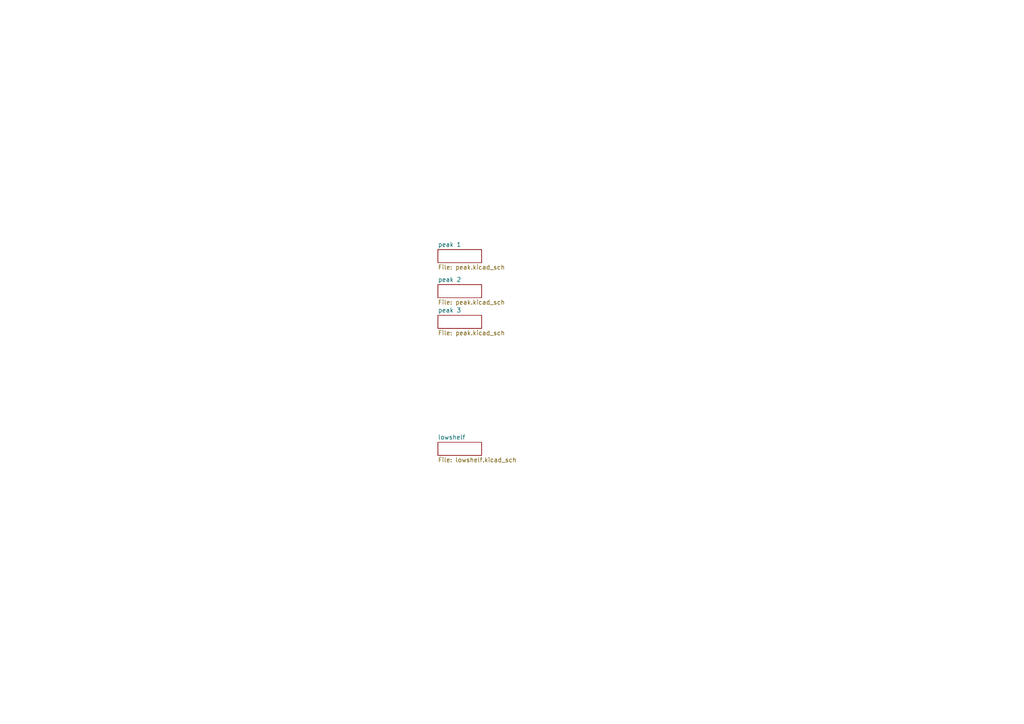
<source format=kicad_sch>
(kicad_sch
	(version 20250114)
	(generator "eeschema")
	(generator_version "9.0")
	(uuid "3f62cecd-5883-4498-92b3-da0b121dab77")
	(paper "A4")
	(lib_symbols)
	(sheet
		(at 127 128.27)
		(size 12.7 3.81)
		(exclude_from_sim no)
		(in_bom yes)
		(on_board yes)
		(dnp no)
		(fields_autoplaced yes)
		(stroke
			(width 0.1524)
			(type solid)
		)
		(fill
			(color 0 0 0 0.0000)
		)
		(uuid "63f17c57-5d93-4bba-b84e-15c96c4bed14")
		(property "Sheetname" "lowshelf"
			(at 127 127.5584 0)
			(effects
				(font
					(size 1.27 1.27)
				)
				(justify left bottom)
			)
		)
		(property "Sheetfile" "lowshelf.kicad_sch"
			(at 127 132.6646 0)
			(effects
				(font
					(size 1.27 1.27)
				)
				(justify left top)
			)
		)
		(instances
			(project "KICAD PEQ"
				(path "/55e2a342-beba-4617-867f-b1714faef12d/aabb492e-0e6e-4aa2-b6a0-52db3993fde7"
					(page "35")
				)
			)
		)
	)
	(sheet
		(at 127 82.55)
		(size 12.7 3.81)
		(exclude_from_sim no)
		(in_bom yes)
		(on_board yes)
		(dnp no)
		(fields_autoplaced yes)
		(stroke
			(width 0.1524)
			(type solid)
		)
		(fill
			(color 0 0 0 0.0000)
		)
		(uuid "847a6dbf-f1e0-465d-b85b-2ea5d8a8720e")
		(property "Sheetname" "peak 2"
			(at 127 81.8384 0)
			(effects
				(font
					(size 1.27 1.27)
				)
				(justify left bottom)
			)
		)
		(property "Sheetfile" "peak.kicad_sch"
			(at 127 86.9446 0)
			(effects
				(font
					(size 1.27 1.27)
				)
				(justify left top)
			)
		)
		(instances
			(project "KICAD PEQ"
				(path "/55e2a342-beba-4617-867f-b1714faef12d/aabb492e-0e6e-4aa2-b6a0-52db3993fde7"
					(page "4")
				)
			)
		)
	)
	(sheet
		(at 127 72.39)
		(size 12.7 3.81)
		(exclude_from_sim no)
		(in_bom yes)
		(on_board yes)
		(dnp no)
		(fields_autoplaced yes)
		(stroke
			(width 0.1524)
			(type solid)
		)
		(fill
			(color 0 0 0 0.0000)
		)
		(uuid "9d04cc8d-1ef0-4b78-8861-fe9de9e76bff")
		(property "Sheetname" "peak 1"
			(at 127 71.6784 0)
			(effects
				(font
					(size 1.27 1.27)
				)
				(justify left bottom)
			)
		)
		(property "Sheetfile" "peak.kicad_sch"
			(at 127 76.7846 0)
			(effects
				(font
					(size 1.27 1.27)
				)
				(justify left top)
			)
		)
		(instances
			(project "KICAD PEQ"
				(path "/55e2a342-beba-4617-867f-b1714faef12d/aabb492e-0e6e-4aa2-b6a0-52db3993fde7"
					(page "3")
				)
			)
		)
	)
	(sheet
		(at 127 91.44)
		(size 12.7 3.81)
		(exclude_from_sim no)
		(in_bom yes)
		(on_board yes)
		(dnp no)
		(fields_autoplaced yes)
		(stroke
			(width 0.1524)
			(type solid)
		)
		(fill
			(color 0 0 0 0.0000)
		)
		(uuid "9ea238c5-6d3d-49fc-81c9-6806b95a2c9b")
		(property "Sheetname" "peak 3"
			(at 127 90.7284 0)
			(effects
				(font
					(size 1.27 1.27)
				)
				(justify left bottom)
			)
		)
		(property "Sheetfile" "peak.kicad_sch"
			(at 127 95.8346 0)
			(effects
				(font
					(size 1.27 1.27)
				)
				(justify left top)
			)
		)
		(instances
			(project "KICAD PEQ"
				(path "/55e2a342-beba-4617-867f-b1714faef12d/aabb492e-0e6e-4aa2-b6a0-52db3993fde7"
					(page "5")
				)
			)
		)
	)
)

</source>
